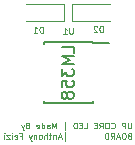
<source format=gbo>
G04 #@! TF.FileFunction,Legend,Bot*
%FSLAX46Y46*%
G04 Gerber Fmt 4.6, Leading zero omitted, Abs format (unit mm)*
G04 Created by KiCad (PCBNEW 4.0.7) date Monday, 18 February 2019 'AMt' 09:16:41 AM*
%MOMM*%
%LPD*%
G01*
G04 APERTURE LIST*
%ADD10C,0.100000*%
%ADD11C,0.125000*%
%ADD12C,0.120000*%
%ADD13C,0.150000*%
G04 APERTURE END LIST*
D10*
D11*
X172981952Y-122351690D02*
X172981952Y-122756452D01*
X172958143Y-122804071D01*
X172934333Y-122827881D01*
X172886714Y-122851690D01*
X172791476Y-122851690D01*
X172743857Y-122827881D01*
X172720048Y-122804071D01*
X172696238Y-122756452D01*
X172696238Y-122351690D01*
X172458142Y-122851690D02*
X172458142Y-122351690D01*
X172267666Y-122351690D01*
X172220047Y-122375500D01*
X172196238Y-122399310D01*
X172172428Y-122446929D01*
X172172428Y-122518357D01*
X172196238Y-122565976D01*
X172220047Y-122589786D01*
X172267666Y-122613595D01*
X172458142Y-122613595D01*
X171291476Y-122804071D02*
X171315286Y-122827881D01*
X171386714Y-122851690D01*
X171434333Y-122851690D01*
X171505762Y-122827881D01*
X171553381Y-122780262D01*
X171577190Y-122732643D01*
X171601000Y-122637405D01*
X171601000Y-122565976D01*
X171577190Y-122470738D01*
X171553381Y-122423119D01*
X171505762Y-122375500D01*
X171434333Y-122351690D01*
X171386714Y-122351690D01*
X171315286Y-122375500D01*
X171291476Y-122399310D01*
X170981952Y-122351690D02*
X170886714Y-122351690D01*
X170839095Y-122375500D01*
X170791476Y-122423119D01*
X170767667Y-122518357D01*
X170767667Y-122685024D01*
X170791476Y-122780262D01*
X170839095Y-122827881D01*
X170886714Y-122851690D01*
X170981952Y-122851690D01*
X171029571Y-122827881D01*
X171077190Y-122780262D01*
X171101000Y-122685024D01*
X171101000Y-122518357D01*
X171077190Y-122423119D01*
X171029571Y-122375500D01*
X170981952Y-122351690D01*
X170267666Y-122851690D02*
X170434333Y-122613595D01*
X170553380Y-122851690D02*
X170553380Y-122351690D01*
X170362904Y-122351690D01*
X170315285Y-122375500D01*
X170291476Y-122399310D01*
X170267666Y-122446929D01*
X170267666Y-122518357D01*
X170291476Y-122565976D01*
X170315285Y-122589786D01*
X170362904Y-122613595D01*
X170553380Y-122613595D01*
X170053380Y-122589786D02*
X169886714Y-122589786D01*
X169815285Y-122851690D02*
X170053380Y-122851690D01*
X170053380Y-122351690D01*
X169815285Y-122351690D01*
X168981952Y-122851690D02*
X169220047Y-122851690D01*
X169220047Y-122351690D01*
X168815285Y-122589786D02*
X168648619Y-122589786D01*
X168577190Y-122851690D02*
X168815285Y-122851690D01*
X168815285Y-122351690D01*
X168577190Y-122351690D01*
X168362904Y-122851690D02*
X168362904Y-122351690D01*
X168243857Y-122351690D01*
X168172428Y-122375500D01*
X168124809Y-122423119D01*
X168101000Y-122470738D01*
X168077190Y-122565976D01*
X168077190Y-122637405D01*
X168101000Y-122732643D01*
X168124809Y-122780262D01*
X168172428Y-122827881D01*
X168243857Y-122851690D01*
X168362904Y-122851690D01*
X167362905Y-123018357D02*
X167362905Y-122304071D01*
X166624810Y-122851690D02*
X166624810Y-122351690D01*
X166458144Y-122708833D01*
X166291477Y-122351690D01*
X166291477Y-122851690D01*
X165839096Y-122851690D02*
X165839096Y-122589786D01*
X165862905Y-122542167D01*
X165910524Y-122518357D01*
X166005762Y-122518357D01*
X166053381Y-122542167D01*
X165839096Y-122827881D02*
X165886715Y-122851690D01*
X166005762Y-122851690D01*
X166053381Y-122827881D01*
X166077191Y-122780262D01*
X166077191Y-122732643D01*
X166053381Y-122685024D01*
X166005762Y-122661214D01*
X165886715Y-122661214D01*
X165839096Y-122637405D01*
X165386715Y-122851690D02*
X165386715Y-122351690D01*
X165386715Y-122827881D02*
X165434334Y-122851690D01*
X165529572Y-122851690D01*
X165577191Y-122827881D01*
X165601000Y-122804071D01*
X165624810Y-122756452D01*
X165624810Y-122613595D01*
X165601000Y-122565976D01*
X165577191Y-122542167D01*
X165529572Y-122518357D01*
X165434334Y-122518357D01*
X165386715Y-122542167D01*
X164958143Y-122827881D02*
X165005762Y-122851690D01*
X165101000Y-122851690D01*
X165148619Y-122827881D01*
X165172429Y-122780262D01*
X165172429Y-122589786D01*
X165148619Y-122542167D01*
X165101000Y-122518357D01*
X165005762Y-122518357D01*
X164958143Y-122542167D01*
X164934334Y-122589786D01*
X164934334Y-122637405D01*
X165172429Y-122685024D01*
X164172430Y-122589786D02*
X164101001Y-122613595D01*
X164077192Y-122637405D01*
X164053382Y-122685024D01*
X164053382Y-122756452D01*
X164077192Y-122804071D01*
X164101001Y-122827881D01*
X164148620Y-122851690D01*
X164339096Y-122851690D01*
X164339096Y-122351690D01*
X164172430Y-122351690D01*
X164124811Y-122375500D01*
X164101001Y-122399310D01*
X164077192Y-122446929D01*
X164077192Y-122494548D01*
X164101001Y-122542167D01*
X164124811Y-122565976D01*
X164172430Y-122589786D01*
X164339096Y-122589786D01*
X163886715Y-122518357D02*
X163767668Y-122851690D01*
X163648620Y-122518357D02*
X163767668Y-122851690D01*
X163815287Y-122970738D01*
X163839096Y-122994548D01*
X163886715Y-123018357D01*
X172815286Y-123464786D02*
X172743857Y-123488595D01*
X172720048Y-123512405D01*
X172696238Y-123560024D01*
X172696238Y-123631452D01*
X172720048Y-123679071D01*
X172743857Y-123702881D01*
X172791476Y-123726690D01*
X172981952Y-123726690D01*
X172981952Y-123226690D01*
X172815286Y-123226690D01*
X172767667Y-123250500D01*
X172743857Y-123274310D01*
X172720048Y-123321929D01*
X172720048Y-123369548D01*
X172743857Y-123417167D01*
X172767667Y-123440976D01*
X172815286Y-123464786D01*
X172981952Y-123464786D01*
X172386714Y-123226690D02*
X172291476Y-123226690D01*
X172243857Y-123250500D01*
X172196238Y-123298119D01*
X172172429Y-123393357D01*
X172172429Y-123560024D01*
X172196238Y-123655262D01*
X172243857Y-123702881D01*
X172291476Y-123726690D01*
X172386714Y-123726690D01*
X172434333Y-123702881D01*
X172481952Y-123655262D01*
X172505762Y-123560024D01*
X172505762Y-123393357D01*
X172481952Y-123298119D01*
X172434333Y-123250500D01*
X172386714Y-123226690D01*
X171981952Y-123583833D02*
X171743857Y-123583833D01*
X172029571Y-123726690D02*
X171862904Y-123226690D01*
X171696238Y-123726690D01*
X171243857Y-123726690D02*
X171410524Y-123488595D01*
X171529571Y-123726690D02*
X171529571Y-123226690D01*
X171339095Y-123226690D01*
X171291476Y-123250500D01*
X171267667Y-123274310D01*
X171243857Y-123321929D01*
X171243857Y-123393357D01*
X171267667Y-123440976D01*
X171291476Y-123464786D01*
X171339095Y-123488595D01*
X171529571Y-123488595D01*
X171029571Y-123726690D02*
X171029571Y-123226690D01*
X170910524Y-123226690D01*
X170839095Y-123250500D01*
X170791476Y-123298119D01*
X170767667Y-123345738D01*
X170743857Y-123440976D01*
X170743857Y-123512405D01*
X170767667Y-123607643D01*
X170791476Y-123655262D01*
X170839095Y-123702881D01*
X170910524Y-123726690D01*
X171029571Y-123726690D01*
X167362908Y-123893357D02*
X167362908Y-123179071D01*
X167029575Y-123583833D02*
X166791480Y-123583833D01*
X167077194Y-123726690D02*
X166910527Y-123226690D01*
X166743861Y-123726690D01*
X166577194Y-123393357D02*
X166577194Y-123726690D01*
X166577194Y-123440976D02*
X166553385Y-123417167D01*
X166505766Y-123393357D01*
X166434337Y-123393357D01*
X166386718Y-123417167D01*
X166362909Y-123464786D01*
X166362909Y-123726690D01*
X166196242Y-123393357D02*
X166005766Y-123393357D01*
X166124813Y-123226690D02*
X166124813Y-123655262D01*
X166101004Y-123702881D01*
X166053385Y-123726690D01*
X166005766Y-123726690D01*
X165839099Y-123726690D02*
X165839099Y-123226690D01*
X165624814Y-123726690D02*
X165624814Y-123464786D01*
X165648623Y-123417167D01*
X165696242Y-123393357D01*
X165767671Y-123393357D01*
X165815290Y-123417167D01*
X165839099Y-123440976D01*
X165315290Y-123726690D02*
X165362909Y-123702881D01*
X165386718Y-123679071D01*
X165410528Y-123631452D01*
X165410528Y-123488595D01*
X165386718Y-123440976D01*
X165362909Y-123417167D01*
X165315290Y-123393357D01*
X165243861Y-123393357D01*
X165196242Y-123417167D01*
X165172433Y-123440976D01*
X165148623Y-123488595D01*
X165148623Y-123631452D01*
X165172433Y-123679071D01*
X165196242Y-123702881D01*
X165243861Y-123726690D01*
X165315290Y-123726690D01*
X164934337Y-123393357D02*
X164934337Y-123726690D01*
X164934337Y-123440976D02*
X164910528Y-123417167D01*
X164862909Y-123393357D01*
X164791480Y-123393357D01*
X164743861Y-123417167D01*
X164720052Y-123464786D01*
X164720052Y-123726690D01*
X164529575Y-123393357D02*
X164410528Y-123726690D01*
X164291480Y-123393357D02*
X164410528Y-123726690D01*
X164458147Y-123845738D01*
X164481956Y-123869548D01*
X164529575Y-123893357D01*
X163553386Y-123464786D02*
X163720052Y-123464786D01*
X163720052Y-123726690D02*
X163720052Y-123226690D01*
X163481957Y-123226690D01*
X163101005Y-123702881D02*
X163148624Y-123726690D01*
X163243862Y-123726690D01*
X163291481Y-123702881D01*
X163315291Y-123655262D01*
X163315291Y-123464786D01*
X163291481Y-123417167D01*
X163243862Y-123393357D01*
X163148624Y-123393357D01*
X163101005Y-123417167D01*
X163077196Y-123464786D01*
X163077196Y-123512405D01*
X163315291Y-123560024D01*
X162862910Y-123726690D02*
X162862910Y-123393357D01*
X162862910Y-123226690D02*
X162886720Y-123250500D01*
X162862910Y-123274310D01*
X162839101Y-123250500D01*
X162862910Y-123226690D01*
X162862910Y-123274310D01*
X162672434Y-123393357D02*
X162410530Y-123393357D01*
X162672434Y-123726690D01*
X162410530Y-123726690D01*
X162220053Y-123726690D02*
X162220053Y-123393357D01*
X162220053Y-123226690D02*
X162243863Y-123250500D01*
X162220053Y-123274310D01*
X162196244Y-123250500D01*
X162220053Y-123226690D01*
X162220053Y-123274310D01*
D12*
X164100000Y-113780000D02*
X167300000Y-113780000D01*
X167300000Y-112280000D02*
X164100000Y-112280000D01*
X167300000Y-112280000D02*
X167300000Y-113780000D01*
X171180000Y-112280000D02*
X167980000Y-112280000D01*
X167980000Y-113780000D02*
X171180000Y-113780000D01*
X167980000Y-113780000D02*
X167980000Y-112280000D01*
D13*
X169715000Y-115535000D02*
X169715000Y-115585000D01*
X165565000Y-115535000D02*
X165565000Y-115680000D01*
X165565000Y-120685000D02*
X165565000Y-120540000D01*
X169715000Y-120685000D02*
X169715000Y-120540000D01*
X169715000Y-115535000D02*
X165565000Y-115535000D01*
X169715000Y-120685000D02*
X165565000Y-120685000D01*
X169715000Y-115585000D02*
X171115000Y-115585000D01*
D10*
X165469047Y-114729390D02*
X165469047Y-114229390D01*
X165350000Y-114229390D01*
X165278571Y-114253200D01*
X165230952Y-114300819D01*
X165207143Y-114348438D01*
X165183333Y-114443676D01*
X165183333Y-114515105D01*
X165207143Y-114610343D01*
X165230952Y-114657962D01*
X165278571Y-114705581D01*
X165350000Y-114729390D01*
X165469047Y-114729390D01*
X164707143Y-114729390D02*
X164992857Y-114729390D01*
X164850000Y-114729390D02*
X164850000Y-114229390D01*
X164897619Y-114300819D01*
X164945238Y-114348438D01*
X164992857Y-114372248D01*
X170549047Y-114678590D02*
X170549047Y-114178590D01*
X170430000Y-114178590D01*
X170358571Y-114202400D01*
X170310952Y-114250019D01*
X170287143Y-114297638D01*
X170263333Y-114392876D01*
X170263333Y-114464305D01*
X170287143Y-114559543D01*
X170310952Y-114607162D01*
X170358571Y-114654781D01*
X170430000Y-114678590D01*
X170549047Y-114678590D01*
X170072857Y-114226210D02*
X170049047Y-114202400D01*
X170001428Y-114178590D01*
X169882381Y-114178590D01*
X169834762Y-114202400D01*
X169810952Y-114226210D01*
X169787143Y-114273829D01*
X169787143Y-114321448D01*
X169810952Y-114392876D01*
X170096666Y-114678590D01*
X169787143Y-114678590D01*
X168020952Y-114336190D02*
X168020952Y-114740952D01*
X167997143Y-114788571D01*
X167973333Y-114812381D01*
X167925714Y-114836190D01*
X167830476Y-114836190D01*
X167782857Y-114812381D01*
X167759048Y-114788571D01*
X167735238Y-114740952D01*
X167735238Y-114336190D01*
X167235238Y-114836190D02*
X167520952Y-114836190D01*
X167378095Y-114836190D02*
X167378095Y-114336190D01*
X167425714Y-114407619D01*
X167473333Y-114455238D01*
X167520952Y-114479048D01*
D13*
X168092381Y-116419524D02*
X168092381Y-115943333D01*
X167092381Y-115943333D01*
X168092381Y-116752857D02*
X167092381Y-116752857D01*
X167806667Y-117086191D01*
X167092381Y-117419524D01*
X168092381Y-117419524D01*
X167092381Y-117800476D02*
X167092381Y-118419524D01*
X167473333Y-118086190D01*
X167473333Y-118229048D01*
X167520952Y-118324286D01*
X167568571Y-118371905D01*
X167663810Y-118419524D01*
X167901905Y-118419524D01*
X167997143Y-118371905D01*
X168044762Y-118324286D01*
X168092381Y-118229048D01*
X168092381Y-117943333D01*
X168044762Y-117848095D01*
X167997143Y-117800476D01*
X167092381Y-119324286D02*
X167092381Y-118848095D01*
X167568571Y-118800476D01*
X167520952Y-118848095D01*
X167473333Y-118943333D01*
X167473333Y-119181429D01*
X167520952Y-119276667D01*
X167568571Y-119324286D01*
X167663810Y-119371905D01*
X167901905Y-119371905D01*
X167997143Y-119324286D01*
X168044762Y-119276667D01*
X168092381Y-119181429D01*
X168092381Y-118943333D01*
X168044762Y-118848095D01*
X167997143Y-118800476D01*
X167520952Y-119943333D02*
X167473333Y-119848095D01*
X167425714Y-119800476D01*
X167330476Y-119752857D01*
X167282857Y-119752857D01*
X167187619Y-119800476D01*
X167140000Y-119848095D01*
X167092381Y-119943333D01*
X167092381Y-120133810D01*
X167140000Y-120229048D01*
X167187619Y-120276667D01*
X167282857Y-120324286D01*
X167330476Y-120324286D01*
X167425714Y-120276667D01*
X167473333Y-120229048D01*
X167520952Y-120133810D01*
X167520952Y-119943333D01*
X167568571Y-119848095D01*
X167616190Y-119800476D01*
X167711429Y-119752857D01*
X167901905Y-119752857D01*
X167997143Y-119800476D01*
X168044762Y-119848095D01*
X168092381Y-119943333D01*
X168092381Y-120133810D01*
X168044762Y-120229048D01*
X167997143Y-120276667D01*
X167901905Y-120324286D01*
X167711429Y-120324286D01*
X167616190Y-120276667D01*
X167568571Y-120229048D01*
X167520952Y-120133810D01*
M02*

</source>
